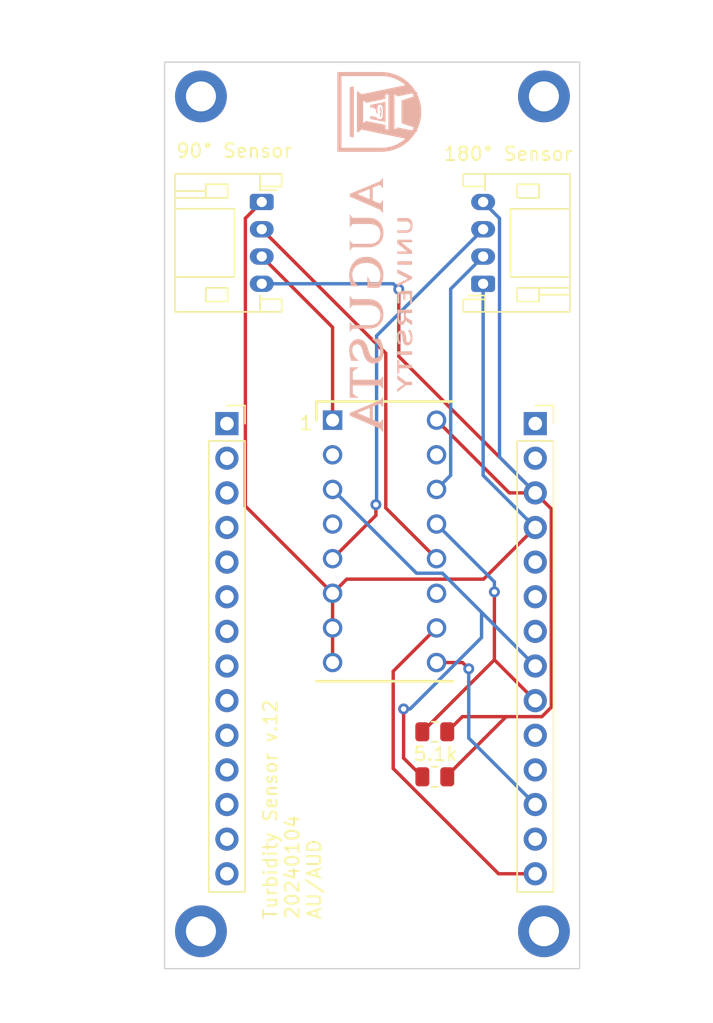
<source format=kicad_pcb>
(kicad_pcb (version 20221018) (generator pcbnew)
  (title_block (title "Turbidity Sensor PCB") (date "2024-01-04") (rev "12") (company "AU/AUD"))
  (layers (0 "F.Cu" signal) (31 "B.Cu" signal) (34 "B.Paste" user) (35 "F.Paste" user) (36 "B.SilkS" user "B.Silkscreen") (37 "F.SilkS" user "F.Silkscreen") (38 "B.Mask" user) (39 "F.Mask" user) (44 "Edge.Cuts" user))
  (net 0 "")
  (net 1 "/GND")
  (net 2 "/3.3V")
  (net 8 "/SCL")
  (net 9 "/SDA")
  (net 12 "/D8")
  (net 14 "/D6")
  (net 33 "/1(SCL)")
  (net 34 "/5(SCL)")
  (net 35 "/12(SDA)")
  (net 36 "/14(SDA)")
  (footprint "Resistor_SMD:R_0805_2012Metric" (layer "F.Cu") (at 152.1479 109.982)
    (fp_text reference "R1" hide)
    (fp_text value "5.1k" hide)
  )
  (footprint "MountingHole:MountingHole_2.2mm_M2_DIN965_Pad" (layer "F.Cu") (at 135.001 121.3104)
    (fp_text reference "REF**" hide)
    (fp_text value "MountingHole_2.2mm_M2_DIN965_Pad" hide)
  )
  (footprint "Project:DIPS762W70P254L2032H510Q16N" (layer "F.Cu") (at 144.653 83.82)
    (fp_text reference "IC1" hide)
    (fp_text value "1-2199298-4" hide)
  )
  (footprint "Connector_PinSocket_2.54mm:PinSocket_1x14_P2.54mm_Vertical" (layer "F.Cu") (at 159.512 84.074)
    (fp_text reference "J4" hide)
    (fp_text value "Conn_01x14_Pin" hide)
  )
  (footprint "MountingHole:MountingHole_2.2mm_M2_DIN965_Pad" (layer "F.Cu") (at 160.147 60.071)
    (fp_text reference "REF**" hide)
    (fp_text value "MountingHole_2.2mm_M2_DIN965_Pad" hide)
  )
  (footprint "Connector_JST:JST_PH_S4B-PH-K_1x04_P2.00mm_Horizontal" (layer "F.Cu") (at 139.4576 67.8152 -90)
    (fp_text reference "J3" hide)
    (fp_text value "JST 90" hide)
  )
  (footprint "MountingHole:MountingHole_2.2mm_M2_DIN965_Pad" (layer "F.Cu") (at 135.001 60.071)
    (fp_text reference "REF**" hide)
    (fp_text value "MountingHole_2.2mm_M2_DIN965_Pad" hide)
  )
  (footprint "Connector_JST:JST_PH_S4B-PH-K_1x04_P2.00mm_Horizontal" (layer "F.Cu") (at 155.6904 73.818 90)
    (fp_text reference "J2" hide)
    (fp_text value "JST 180" hide)
  )
  (footprint "Resistor_SMD:R_0805_2012Metric" (layer "F.Cu") (at 152.1441 106.68 180)
    (fp_text reference "R2" hide)
    (fp_text value "5.1k" hide)
  )
  (footprint "Connector_PinSocket_2.54mm:PinSocket_1x14_P2.54mm_Vertical" (layer "F.Cu") (at 136.906 84.074)
    (fp_text reference "J5" hide)
    (fp_text value "Conn_01x14_Pin" hide)
  )
  (footprint "MountingHole:MountingHole_2.2mm_M2_DIN965_Pad" (layer "F.Cu") (at 160.147 121.3104)
    (fp_text reference "REF**" hide)
    (fp_text value "MountingHole_2.2mm_M2_DIN965_Pad" hide)
  )
  (gr_poly (pts (xy 146.212719 63.082488) (xy 146.212719 59.335988) (xy 145.905537 59.399488) (xy 145.905537 63.018988)) (fill solid) (layer "B.SilkS"))
  (gr_poly (pts (xy 148.123275 68.380769) (xy 148.336 68.625244) (xy 148.346319 68.625244) (xy 148.346319 67.683856) (xy 148.336 67.683856) (xy 148.123275 67.927537) (xy 147.597018 67.711637) (xy 147.597018 66.775013) (xy 148.123275 66.559112) (xy 148.336 66.802) (xy 148.346319 66.802) (xy 148.346319 66.060637) (xy 148.336 66.060637) (xy 148.123275 66.298763) (xy 147.373975 66.609696) (xy 147.373975 66.863913) (xy 147.373975 67.610038) (xy 146.484975 67.229832) (xy 147.373975 66.863913) (xy 147.373975 66.609696) (xy 145.906331 67.218718) (xy 145.906331 67.424299)) (fill solid) (layer "B.SilkS"))
  (gr_poly (pts (xy 148.123275 84.446268) (xy 148.336 84.689949) (xy 148.346319 84.689949) (xy 148.346319 83.748561) (xy 148.336 83.748561) (xy 148.123275 83.992244) (xy 147.597018 83.776342) (xy 147.597018 82.838925) (xy 148.123275 82.623025) (xy 148.336 82.866706) (xy 148.346319 82.866706) (xy 148.346319 82.127725) (xy 148.336 82.127725) (xy 148.123275 82.365851) (xy 147.373975 82.676516) (xy 147.373975 82.929413) (xy 147.373975 83.675538) (xy 146.484975 83.295331) (xy 147.373975 82.929413) (xy 147.373975 82.676516) (xy 145.906331 83.285011) (xy 145.906331 83.490592)) (fill solid) (layer "B.SilkS"))
  (gr_poly (pts (xy 150.479125 79.023371) (xy 150.479125 78.771752) (xy 149.393275 78.771752) (xy 149.393275 79.023371)) (fill solid) (layer "B.SilkS"))
  (gr_poly (pts (xy 149.54885 80.390205) (xy 149.54885 80.014761) (xy 150.479125 80.014761) (xy 150.479125 79.765524) (xy 149.54885 79.765524) (xy 149.54885 79.395638) (xy 149.3901 79.395638) (xy 149.3901 80.390205)) (fill solid) (layer "B.SilkS"))
  (gr_poly (pts (xy 148.119181 61.339774) (xy 148.120894 61.366091) (xy 148.122867 61.391276) (xy 148.12511 61.415228) (xy 148.127633 61.437845) (xy 148.130443 61.459025) (xy 148.133552 61.478669) (xy 148.136967 61.496674) (xy 148.140699 61.51294) (xy 148.144756 61.527365) (xy 148.146909 61.533856) (xy 148.149148 61.539849) (xy 148.151472 61.545331) (xy 148.153884 61.550289) (xy 148.156384 61.554712) (xy 148.158974 61.558586) (xy 148.161654 61.561899) (xy 148.164426 61.564637) (xy 148.167291 61.56679) (xy 148.17025 61.568342) (xy 148.173305 61.569283) (xy 148.176456 61.5696) (xy 148.179637 61.569138) (xy 148.182776 61.567768) (xy 148.188916 61.562383) (xy 148.194844 61.553615) (xy 148.200529 61.541633) (xy 148.20594 61.526603) (xy 148.211045 61.508697) (xy 148.215812 61.488081) (xy 148.220212 61.464924) (xy 148.224211 61.439396) (xy 148.227779 61.411664) (xy 148.233494 61.350264) (xy 148.237108 61.282075) (xy 148.238369 61.208444) (xy 148.237978 61.171032) (xy 148.236848 61.134813) (xy 148.235036 61.099953) (xy 148.232601 61.066623) (xy 148.229605 61.03499) (xy 148.226104 61.005224) (xy 148.22216 60.977492) (xy 148.21783 60.951963) (xy 148.213175 60.928807) (xy 148.208254 60.908191) (xy 148.203126 60.890284) (xy 148.19785 60.875255) (xy 148.195176 60.868872) (xy 148.192486 60.863272) (xy 148.189789 60.858476) (xy 148.187093 60.854504) (xy 148.184404 60.851378) (xy 148.18173 60.84912) (xy 148.179078 60.847749) (xy 148.176456 60.847287) (xy 148.173866 60.847604) (xy 148.171306 60.848545) (xy 148.166282 60.85225) (xy 148.1614 60.858301) (xy 148.156674 60.866598) (xy 148.152121 60.877039) (xy 148.147756 60.889522) (xy 148.143592 60.903947) (xy 148.139646 60.920213) (xy 148.135932 60.938219) (xy 148.132466 60.957862) (xy 148.126338 61.00166) (xy 148.121382 61.050796) (xy 148.117719 61.104463) (xy 148.124897 61.108427) (xy 148.131724 61.112841) (xy 148.138183 61.117681) (xy 148.144261 61.122923) (xy 148.149942 61.128543) (xy 148.155212 61.134517) (xy 148.160055 61.140821) (xy 148.164457 61.147431) (xy 148.168403 61.154323) (xy 148.171879 61.161472) (xy 148.174868 61.168856) (xy 148.177358 61.17645) (xy 148.179331 61.184229) (xy 148.180775 61.192171) (xy 148.181674 61.200251) (xy 148.182012 61.208444) (xy 148.181914 61.212553) (xy 148.181674 61.216637) (xy 148.181293 61.220693) (xy 148.180775 61.224717) (xy 148.18012 61.228706) (xy 148.179331 61.232658) (xy 148.17841 61.23657) (xy 148.177358 61.240438) (xy 148.176176 61.244259) (xy 148.174868 61.248032) (xy 148.173435 61.251751) (xy 148.171879 61.255415) (xy 148.170201 61.259021) (xy 148.168403 61.262565) (xy 148.166488 61.266045) (xy 148.164457 61.269457) (xy 148.162312 61.272798) (xy 148.160055 61.276066) (xy 148.157688 61.279258) (xy 148.155212 61.28237) (xy 148.152629 61.2854) (xy 148.149942 61.288344) (xy 148.147152 61.2912) (xy 148.144261 61.293964) (xy 148.141271 61.296634) (xy 148.138183 61.299206) (xy 148.135 61.301678) (xy 148.131724 61.304046) (xy 148.128355 61.306308) (xy 148.124897 61.308461) (xy 148.121351 61.3105) (xy 148.117719 61.312425)) (fill solid) (layer "B.SilkS"))
  (gr_poly (pts (xy 149.356706 77.792646) (xy 149.358726 77.828782) (xy 149.362097 77.864753) (xy 149.366811 77.900522) (xy 149.372857 77.936053) (xy 149.380225 77.971308) (xy 149.388905 78.006251) (xy 149.398888 78.040844) (xy 149.410163 78.07505) (xy 149.422721 78.108833) (xy 149.436551 78.142156) (xy 149.451644 78.174981) (xy 149.46799 78.207271) (xy 149.485578 78.23899) (xy 149.504399 78.2701) (xy 149.634575 78.178817) (xy 149.619617 78.152471) (xy 149.605559 78.125698) (xy 149.592406 78.098524) (xy 149.580165 78.07097) (xy 149.568843 78.043061) (xy 149.558446 78.014819) (xy 149.54898 77.986267) (xy 149.540453 77.95743) (xy 149.53287 77.928331) (xy 149.526238 77.898992) (xy 149.520564 77.869437) (xy 149.515853 77.839689) (xy 149.512113 77.809772) (xy 149.50935 77.779708) (xy 149.507571 77.749522) (xy 149.506781 77.719236) (xy 149.507017 77.697197) (xy 149.507812 77.674709) (xy 149.509298 77.65203) (xy 149.511606 77.629419) (xy 149.514867 77.607133) (xy 149.519213 77.585431) (xy 149.524775 77.56457) (xy 149.531685 77.54481) (xy 149.540074 77.526408) (xy 149.544864 77.517796) (xy 149.550073 77.509621) (xy 149.555717 77.501915) (xy 149.561814 77.49471) (xy 149.568379 77.488037) (xy 149.575428 77.48193) (xy 149.582978 77.476421) (xy 149.591047 77.471541) (xy 149.599649 77.467324) (xy 149.608801 77.463801) (xy 149.61852 77.461005) (xy 149.628823 77.458968) (xy 149.639725 77.457722) (xy 149.651243 77.457299) (xy 149.662708 77.45791) (xy 149.673453 77.459711) (xy 149.683505 77.462654) (xy 149.692891 77.466693) (xy 149.701634 77.471779) (xy 149.709761 77.477867) (xy 149.717297 77.484909) (xy 149.724269 77.492857) (xy 149.7307 77.501664) (xy 149.736618 77.511284) (xy 149.742048 77.521668) (xy 149.747014 77.532769) (xy 149.751544 77.544541) (xy 149.755662 77.556936) (xy 149.759394 77.569907) (xy 149.762765 77.583407) (xy 149.768529 77.611803) (xy 149.773159 77.641746) (xy 149.776858 77.672859) (xy 149.779831 77.704764) (xy 149.788562 77.832743) (xy 149.791888 77.87442) (xy 149.796379 77.917242) (xy 149.802288 77.96068) (xy 149.809869 78.004205) (xy 149.819376 78.047288) (xy 149.831062 78.089401) (xy 149.84518 78.130014) (xy 149.861984 78.168598) (xy 149.881727 78.204623) (xy 149.89278 78.221512) (xy 149.904663 78.237562) (xy 149.917408 78.252709) (xy 149.931046 78.266885) (xy 149.945609 78.280025) (xy 149.961128 78.292063) (xy 149.977636 78.302932) (xy 149.995164 78.312566) (xy 150.013743 78.3209) (xy 150.033406 78.327867) (xy 150.054184 78.3334) (xy 150.076108 78.337435) (xy 150.099211 78.339904) (xy 150.123525 78.340742) (xy 150.15061 78.339844) (xy 150.176517 78.337195) (xy 150.201265 78.332863) (xy 150.224876 78.326915) (xy 150.247372 78.319419) (xy 150.268771 78.310442) (xy 150.289097 78.300052) (xy 150.308369 78.288317) (xy 150.326609 78.275304) (xy 150.343837 78.261081) (xy 150.360074 78.245715) (xy 150.375342 78.229274) (xy 150.389661 78.211826) (xy 150.403052 78.193437) (xy 150.415536 78.174177) (xy 150.427134 78.154111) (xy 150.437867 78.133309) (xy 150.447756 78.111837) (xy 150.456822 78.089763) (xy 150.465085 78.067154) (xy 150.472567 78.044079) (xy 150.479289 78.020604) (xy 150.490535 77.972727) (xy 150.49899 77.924065) (xy 150.504822 77.875157) (xy 150.508199 77.826545) (xy 150.509287 77.778768) (xy 150.509207 77.737246) (xy 150.507385 77.695893) (xy 150.50384 77.654762) (xy 150.498586 77.613904) (xy 150.491642 77.57337) (xy 150.483024 77.533212) (xy 150.472749 77.493481) (xy 150.460834 77.454228) (xy 150.447294 77.415506) (xy 150.432148 77.377365) (xy 150.415412 77.339857) (xy 150.397103 77.303034) (xy 150.377237 77.266946) (xy 150.355831 77.231645) (xy 150.332903 77.197183) (xy 150.308469 77.163611) (xy 150.180675 77.26918) (xy 150.201832 77.296214) (xy 150.221736 77.324043) (xy 150.240373 77.352624) (xy 150.257725 77.381912) (xy 150.273778 77.411863) (xy 150.288515 77.442433) (xy 150.301921 77.473578) (xy 150.31398 77.505252) (xy 150.324676 77.537412) (xy 150.333994 77.570014) (xy 150.341916 77.603013) (xy 150.348429 77.636365) (xy 150.353516 77.670026) (xy 150.357161 77.703951) (xy 150.359348 77.738096) (xy 150.360063 77.772417) (xy 150.359619 77.806698) (xy 150.358227 77.839796) (xy 150.355793 77.871568) (xy 150.352224 77.901872) (xy 150.347428 77.930568) (xy 150.34131 77.957512) (xy 150.333779 77.982564) (xy 150.32474 78.005581) (xy 150.314102 78.026421) (xy 150.308154 78.03598) (xy 150.301771 78.044942) (xy 150.294942 78.053289) (xy 150.287654 78.061004) (xy 150.279897 78.068067) (xy 150.271658 78.074463) (xy 150.262927 78.080172) (xy 150.253691 78.085178) (xy 150.243938 78.089462) (xy 150.233658 78.093007) (xy 150.222838 78.095795) (xy 150.211467 78.097809) (xy 150.199533 78.09903) (xy 150.187025 78.099441) (xy 150.174619 78.09894) (xy 150.162982 78.097458) (xy 150.152089 78.09503) (xy 150.141913 78.091688) (xy 150.132428 78.087467) (xy 150.123608 78.0824) (xy 150.115428 78.07652) (xy 150.107861 78.069861) (xy 150.100881 78.062458) (xy 150.094462 78.054342) (xy 150.088578 78.045548) (xy 150.083203 78.03611) (xy 150.078312 78.026061) (xy 150.073877 78.015434) (xy 150.069874 78.004263) (xy 150.066276 77.992583) (xy 150.063056 77.980425) (xy 150.06019 77.967824) (xy 150.057651 77.954814) (xy 150.055413 77.941428) (xy 150.051735 77.913661) (xy 150.04895 77.884794) (xy 150.046847 77.855094) (xy 150.045221 77.82483) (xy 150.042562 77.763685) (xy 150.039971 77.720543) (xy 150.035933 77.67576) (xy 150.030249 77.629947) (xy 150.022718 77.583715) (xy 150.013142 77.537673) (xy 150.001318 77.492432) (xy 149.987049 77.448603) (xy 149.970133 77.406796) (xy 149.95037 77.367621) (xy 149.939359 77.349211) (xy 149.927561 77.331689) (xy 149.914952 77.31513) (xy 149.901506 77.29961) (xy 149.887199 77.285206) (xy 149.872005 77.271995) (xy 149.8559 77.260052) (xy 149.838858 77.249454) (xy 149.820854 77.240277) (xy 149.801864 77.232597) (xy 149.781862 77.226492) (xy 149.760824 77.222036) (xy 149.738724 77.219307) (xy 149.715537 77.21838) (xy 149.690624 77.219152) (xy 149.666772 77.221432) (xy 149.643964 77.225166) (xy 149.622182 77.230298) (xy 149.601407 77.236775) (xy 149.581623 77.244541) (xy 149.562812 77.253542) (xy 149.544955 77.263723) (xy 149.528036 77.275029) (xy 149.512036 77.287407) (xy 149.496938 77.3008) (xy 149.482724 77.315156) (xy 149.469376 77.330418) (xy 149.456876 77.346532) (xy 149.445207 77.363444) (xy 149.434351 77.381099) (xy 149.424291 77.399442) (xy 149.415008 77.418419) (xy 149.406485 77.437975) (xy 149.398704 77.458056) (xy 149.391647 77.478606) (xy 149.385297 77.499571) (xy 149.379636 77.520897) (xy 149.374647 77.542528) (xy 149.366609 77.58649) (xy 149.361044 77.631019) (xy 149.357809 77.675678) (xy 149.356762 77.72003) (xy 149.356048 77.756384)) (fill solid) (layer "B.SilkS"))
  (gr_poly (pts (xy 150.038593 69.24675) (xy 150.072036 69.247856) (xy 150.1044 69.251201) (xy 150.135536 69.256833) (xy 150.150597 69.26052) (xy 150.165296 69.264796) (xy 150.179613 69.269666) (xy 150.19353 69.275135) (xy 150.207028 69.28121) (xy 150.220089 69.287897) (xy 150.232695 69.2952) (xy 150.244826 69.303125) (xy 150.256464 69.311679) (xy 150.26759 69.320867) (xy 150.278187 69.330694) (xy 150.288234 69.341166) (xy 150.297714 69.352289) (xy 150.306608 69.364068) (xy 150.314898 69.37651) (xy 150.322564 69.38962) (xy 150.329588 69.403403) (xy 150.335952 69.417865) (xy 150.341637 69.433012) (xy 150.346624 69.44885) (xy 150.350896 69.465383) (xy 150.354432 69.482619) (xy 150.357215 69.500562) (xy 150.359225 69.519219) (xy 150.360445 69.538594) (xy 150.360856 69.558693) (xy 150.360452 69.581164) (xy 150.35925 69.602743) (xy 150.357267 69.623444) (xy 150.35452 69.643277) (xy 150.351025 69.662255) (xy 150.346797 69.680388) (xy 150.341854 69.697689) (xy 150.336213 69.714169) (xy 150.329889 69.72984) (xy 150.322898 69.744713) (xy 150.315258 69.7588) (xy 150.306985 69.772113) (xy 150.298095 69.784662) (xy 150.288605 69.796461) (xy 150.27853 69.807521) (xy 150.267888 69.817852) (xy 150.256695 69.827468) (xy 150.244967 69.836378) (xy 150.232721 69.844596) (xy 150.219973 69.852132) (xy 150.20674 69.858999) (xy 150.193038 69.865207) (xy 150.178883 69.870769) (xy 150.164292 69.875697) (xy 150.149281 69.880001) (xy 150.133867 69.883693) (xy 150.101894 69.88929) (xy 150.068505 69.892579) (xy 150.033831 69.893655) (xy 149.393275 69.893655) (xy 149.393275 70.074631) (xy 150.055262 70.074631) (xy 150.07805 70.075619) (xy 150.100733 70.075344) (xy 150.123263 70.073826) (xy 150.145593 70.071083) (xy 150.167676 70.067132) (xy 150.189464 70.061992) (xy 150.21091 70.055681) (xy 150.231967 70.048218) (xy 150.252586 70.039621) (xy 150.272721 70.029907) (xy 150.292324 70.019097) (xy 150.311347 70.007206) (xy 150.329744 69.994255) (xy 150.347466 69.980261) (xy 150.364467 69.965243) (xy 150.380699 69.949219) (xy 150.398219 69.927389) (xy 150.41459 69.904829) (xy 150.429799 69.881586) (xy 150.443828 69.857705) (xy 150.456665 69.833232) (xy 150.468294 69.808213) (xy 150.478699 69.782693) (xy 150.487867 69.756718) (xy 150.495781 69.730335) (xy 150.502428 69.703589) (xy 150.507792 69.676526) (xy 150.511857 69.649192) (xy 150.514611 69.621631) (xy 150.516036 69.593892) (xy 150.516119 69.566018) (xy 150.514844 69.538056) (xy 150.516298 69.509973) (xy 150.516455 69.481958) (xy 150.515326 69.454055) (xy 150.512924 69.426304) (xy 150.509262 69.398749) (xy 150.504353 69.371431) (xy 150.498209 69.344392) (xy 150.490843 69.317674) (xy 150.482267 69.291319) (xy 150.472495 69.26537) (xy 150.461538 69.239869) (xy 150.449409 69.214857) (xy 150.436121 69.190376) (xy 150.421687 69.166469) (xy 150.40612 69.143178) (xy 150.389431 69.120544) (xy 150.373094 69.103743) (xy 150.355892 69.088052) (xy 150.337882 69.073492) (xy 150.319119 69.060083) (xy 150.299662 69.047848) (xy 150.279567 69.036806) (xy 150.258891 69.02698) (xy 150.237691 69.01839) (xy 150.216024 69.011058) (xy 150.193946 69.005004) (xy 150.171516 69.00025) (xy 150.148789 68.996817) (xy 150.125823 68.994727) (xy 150.102674 68.993999) (xy 150.079399 68.994656) (xy 150.056056 68.996719) (xy 149.393275 68.996719) (xy 149.393275 69.24675)) (fill solid) (layer "B.SilkS"))
  (gr_poly (pts (xy 150.479125 72.416987) (xy 150.479125 72.165369) (xy 149.393275 72.165369) (xy 149.393275 72.416987)) (fill solid) (layer "B.SilkS"))
  (gr_poly (pts (xy 145.87023 73.218805) (xy 145.872594 73.272035) (xy 145.876114 73.325163) (xy 145.880784 73.378172) (xy 145.886603 73.431041) (xy 145.893567 73.483753) (xy 145.901672 73.536289) (xy 145.910914 73.58863) (xy 145.921291 73.640759) (xy 145.932798 73.692656) (xy 145.945433 73.744302) (xy 145.959192 73.795681) (xy 145.97407 73.846772) (xy 145.990066 73.897557) (xy 146.007175 73.948018) (xy 146.025394 73.998136) (xy 146.025394 73.998137) (xy 146.581019 73.998137) (xy 146.581019 73.987818) (xy 146.509524 73.931369) (xy 146.445128 73.875708) (xy 146.387487 73.820803) (xy 146.336258 73.766622) (xy 146.291099 73.713134) (xy 146.251667 73.660307) (xy 146.217617 73.608111) (xy 146.188608 73.556514) (xy 146.164297 73.505484) (xy 146.14434 73.45499) (xy 146.128394 73.405) (xy 146.116117 73.355484) (xy 146.107165 73.30641) (xy 146.101195 73.257746) (xy 146.097865 73.209461) (xy 146.096831 73.161524) (xy 146.098049 73.112997) (xy 146.101671 73.065517) (xy 146.107651 73.019115) (xy 146.115942 72.973825) (xy 146.126497 72.929678) (xy 146.13927 72.886707) (xy 146.154214 72.844945) (xy 146.171282 72.804423) (xy 146.190429 72.765175) (xy 146.211606 72.727232) (xy 146.234768 72.690627) (xy 146.259868 72.655392) (xy 146.286859 72.62156) (xy 146.315694 72.589164) (xy 146.346327 72.558235) (xy 146.378712 72.528806) (xy 146.412801 72.50091) (xy 146.448547 72.474578) (xy 146.485906 72.449844) (xy 146.524828 72.426739) (xy 146.565269 72.405297) (xy 146.607181 72.385549) (xy 146.650517 72.367528) (xy 146.695232 72.351266) (xy 146.741278 72.336797) (xy 146.788608 72.324151) (xy 146.837177 72.313362) (xy 146.886936 72.304462) (xy 146.937841 72.297483) (xy 146.989843 72.292458) (xy 147.042897 72.289419) (xy 147.096956 72.288399) (xy 147.1422 72.288399) (xy 147.198194 72.289553) (xy 147.25304 72.292982) (xy 147.306697 72.298635) (xy 147.359123 72.306461) (xy 147.410277 72.31641) (xy 147.460118 72.328431) (xy 147.508604 72.342473) (xy 147.555694 72.358485) (xy 147.601347 72.376416) (xy 147.645522 72.396217) (xy 147.688177 72.417836) (xy 147.729271 72.441222) (xy 147.768763 72.466325) (xy 147.806611 72.493094) (xy 147.842775 72.521479) (xy 147.877212 72.551428) (xy 147.909883 72.582891) (xy 147.940744 72.615817) (xy 147.969756 72.650155) (xy 147.996876 72.685855) (xy 148.022064 72.722866) (xy 148.045279 72.761138) (xy 148.066478 72.800619) (xy 148.085621 72.841258) (xy 148.102667 72.883006) (xy 148.117574 72.925811) (xy 148.1303 72.969623) (xy 148.140806 73.01439) (xy 148.149048 73.060063) (xy 148.154987 73.10659) (xy 148.15858 73.153921) (xy 148.159787 73.202005) (xy 148.159924 73.224705) (xy 148.159449 73.247371) (xy 148.158365 73.269991) (xy 148.156674 73.292554) (xy 148.154379 73.315048) (xy 148.151483 73.337459) (xy 148.147986 73.359777) (xy 148.143893 73.381989) (xy 148.139205 73.404083) (xy 148.133925 73.426047) (xy 148.128054 73.447869) (xy 148.121596 73.469538) (xy 148.114553 73.49104) (xy 148.106928 73.512364) (xy 148.098721 73.533498) (xy 148.089937 73.55443) (xy 148.080496 73.575703) (xy 148.075595 73.585673) (xy 148.070555 73.595208) (xy 148.065363 73.604314) (xy 148.060005 73.612998) (xy 148.054468 73.621268) (xy 148.048737 73.62913) (xy 148.042799 73.63659) (xy 148.03664 73.643656) (xy 148.030247 73.650335) (xy 148.023606 73.656633) (xy 148.016704 73.662558) (xy 148.009526 73.668115) (xy 148.00206 73.673312) (xy 147.99429 73.678156) (xy 147.986205 73.682654) (xy 147.977789 73.686811) (xy 147.96903 73.690636) (xy 147.959914 73.694135) (xy 147.950427 73.697315) (xy 147.940555 73.700182) (xy 147.930285 73.702744) (xy 147.919603 73.705007) (xy 147.908496 73.706979) (xy 147.896949 73.708665) (xy 147.88495 73.710073) (xy 147.872484 73.71121) (xy 147.846097 73.712697) (xy 147.817681 73.71318) (xy 147.433506 73.71318) (xy 147.213637 73.270268) (xy 147.203319 73.270268) (xy 147.203319 74.110055) (xy 148.060569 74.110055) (xy 148.097193 74.058684) (xy 148.131688 74.006062) (xy 148.164029 73.952257) (xy 148.194193 73.897337) (xy 148.222158 73.841369) (xy 148.247901 73.784419) (xy 148.271399 73.726557) (xy 148.292629 73.667848) (xy 148.311568 73.608361) (xy 148.328193 73.548163) (xy 148.342481 73.48732) (xy 148.354409 73.425902) (xy 148.363955 73.363974) (xy 148.371096 73.301605) (xy 148.375808 73.238862) (xy 148.378069 73.175813) (xy 148.376715 73.108481) (xy 148.372671 73.041836) (xy 148.365964 72.975972) (xy 148.356619 72.910983) (xy 148.344662 72.846967) (xy 148.33012 72.784017) (xy 148.313019 72.722229) (xy 148.293385 72.661697) (xy 148.271245 72.602519) (xy 148.246623 72.544787) (xy 148.219547 72.488598) (xy 148.190043 72.434048) (xy 148.158136 72.38123) (xy 148.123854 72.33024) (xy 148.087221 72.281174) (xy 148.048265 72.234126) (xy 148.007012 72.189192) (xy 147.963487 72.146468) (xy 147.917717 72.106047) (xy 147.869727 72.068026) (xy 147.819545 72.0325) (xy 147.767196 71.999563) (xy 147.712707 71.969311) (xy 147.656103 71.94184) (xy 147.597411 71.917244) (xy 147.536657 71.895618) (xy 147.473867 71.877059) (xy 147.409067 71.86166) (xy 147.342284 71.849518) (xy 147.273543 71.840727) (xy 147.202871 71.835382) (xy 147.130293 71.83358) (xy 147.099337 71.83358) (xy 147.029534 71.835402) (xy 146.961385 71.840803) (xy 146.894929 71.84968) (xy 146.830202 71.861933) (xy 146.76724 71.877461) (xy 146.70608 71.896163) (xy 146.64676 71.917937) (xy 146.589316 71.942683) (xy 146.533784 71.9703) (xy 146.480202 72.000687) (xy 146.428606 72.033742) (xy 146.379032 72.069365) (xy 146.331519 72.107455) (xy 146.286102 72.147911) (xy 146.242819 72.190631) (xy 146.201705 72.235515) (xy 146.162799 72.282461) (xy 146.126136 72.33137) (xy 146.091753 72.382138) (xy 146.059688 72.434667) (xy 146.029976 72.488854) (xy 146.002655 72.544599) (xy 145.977762 72.6018) (xy 145.955333 72.660357) (xy 145.935405 72.720168) (xy 145.918014 72.781133) (xy 145.903198 72.843151) (xy 145.890994 72.90612) (xy 145.881438 72.969939) (xy 145.874566 73.034509) (xy 145.870416 73.099726) (xy 145.869025 73.165491)) (fill solid) (layer "B.SilkS"))
  (gr_poly (pts (xy 150.10765 71.441467) (xy 149.393275 71.441467) (xy 149.393275 71.622443) (xy 150.479125 71.622443) (xy 150.479125 71.407338) (xy 149.685375 70.762018) (xy 150.479125 70.762018) (xy 150.479125 70.581043) (xy 149.393275 70.581043) (xy 149.393275 70.861237)) (fill solid) (layer "B.SilkS"))
  (gr_poly (pts (xy 145.870051 78.741956) (xy 145.872954 78.791443) (xy 145.876937 78.84082) (xy 145.881997 78.890068) (xy 145.88813 78.93917) (xy 145.895332 78.988109) (xy 145.903601 79.036868) (xy 145.912931 79.085428) (xy 145.92332 79.133774) (xy 145.934765 79.181886) (xy 145.947261 79.229748) (xy 145.960805 79.277342) (xy 145.975394 79.324651) (xy 145.991024 79.371658) (xy 146.007692 79.418344) (xy 146.025394 79.464694) (xy 146.581019 79.464694) (xy 146.581019 79.454373) (xy 146.525613 79.414422) (xy 146.473159 79.373184) (xy 146.423741 79.330714) (xy 146.377447 79.287065) (xy 146.334361 79.242291) (xy 146.294571 79.196445) (xy 146.258162 79.14958) (xy 146.22522 79.10175) (xy 146.195832 79.053008) (xy 146.170082 79.003409) (xy 146.148059 78.953004) (xy 146.138471 78.927517) (xy 146.129846 78.901849) (xy 146.122196 78.876007) (xy 146.115531 78.849996) (xy 146.109862 78.823825) (xy 146.1052 78.797499) (xy 146.101555 78.771026) (xy 146.098938 78.744412) (xy 146.09736 78.717663) (xy 146.096831 78.690787) (xy 146.097396 78.660704) (xy 146.09906 78.631906) (xy 146.101778 78.604371) (xy 146.105507 78.578079) (xy 146.1102 78.553006) (xy 146.115814 78.529133) (xy 146.122303 78.506436) (xy 146.129623 78.484895) (xy 146.137729 78.464487) (xy 146.146576 78.445192) (xy 146.15612 78.426986) (xy 146.166315 78.40985) (xy 146.177118 78.39376) (xy 146.188482 78.378696) (xy 146.200364 78.364636) (xy 146.212719 78.351557) (xy 146.225501 78.33944) (xy 146.238667 78.32826) (xy 146.252171 78.317998) (xy 146.265968 78.308632) (xy 146.294265 78.292498) (xy 146.323199 78.279686) (xy 146.352412 78.270023) (xy 146.381546 78.263336) (xy 146.410242 78.25945) (xy 146.438144 78.258193) (xy 146.455606 78.258193) (xy 146.477489 78.258834) (xy 146.498507 78.260745) (xy 146.518691 78.263905) (xy 146.538068 78.268297) (xy 146.556668 78.2739) (xy 146.574519 78.280697) (xy 146.591651 78.288668) (xy 146.608093 78.297794) (xy 146.623873 78.308056) (xy 146.63902 78.319435) (xy 146.653564 78.331911) (xy 146.667533 78.345467) (xy 146.680956 78.360082) (xy 146.693862 78.375739) (xy 146.706279 78.392417) (xy 146.718238 78.410097) (xy 146.729767 78.428761) (xy 146.740894 78.44839) (xy 146.751649 78.468965) (xy 146.76206 78.490466) (xy 146.781969 78.536171) (xy 146.80085 78.585354) (xy 146.818936 78.637863) (xy 146.836459 78.693545) (xy 146.853649 78.752247) (xy 146.870737 78.813818) (xy 146.8985 78.912976) (xy 146.928346 79.006486) (xy 146.960481 79.094246) (xy 146.995108 79.176152) (xy 147.032433 79.252099) (xy 147.07266 79.321986) (xy 147.115994 79.385707) (xy 147.162639 79.443161) (xy 147.187267 79.469505) (xy 147.2128 79.494243) (xy 147.239263 79.517362) (xy 147.266682 79.538849) (xy 147.295082 79.558692) (xy 147.32449 79.576877) (xy 147.354929 79.593392) (xy 147.386427 79.608223) (xy 147.419008 79.621358) (xy 147.452699 79.632784) (xy 147.487524 79.642487) (xy 147.52351 79.650455) (xy 147.560682 79.656674) (xy 147.599065 79.661133) (xy 147.638686 79.663818) (xy 147.679569 79.664716) (xy 147.701 79.664716) (xy 147.734875 79.663787) (xy 147.768453 79.661008) (xy 147.801683 79.656388) (xy 147.834513 79.649937) (xy 147.866892 79.641664) (xy 147.89877 79.63158) (xy 147.930095 79.619694) (xy 147.960817 79.606016) (xy 147.990884 79.590555) (xy 148.020245 79.573322) (xy 148.04885 79.554325) (xy 148.076647 79.533576) (xy 148.103585 79.511082) (xy 148.129614 79.486856) (xy 148.154682 79.460905) (xy 148.178738 79.43324) (xy 148.201732 79.40387) (xy 148.223612 79.372805) (xy 148.244327 79.340056) (xy 148.263826 79.305631) (xy 148.282058 79.26954) (xy 148.298973 79.231794) (xy 148.314519 79.192401) (xy 148.328645 79.151372) (xy 148.341301 79.108717) (xy 148.352434 79.064445) (xy 148.361994 79.018565) (xy 148.369931 78.971088) (xy 148.376193 78.922023) (xy 148.380729 78.87138) (xy 148.383488 78.81917) (xy 148.384419 78.7654) (xy 148.382937 78.710352) (xy 148.378628 78.653999) (xy 148.371699 78.596563) (xy 148.362355 78.538264) (xy 148.350801 78.479323) (xy 148.337245 78.419961) (xy 148.32189 78.360399) (xy 148.304944 78.300858) (xy 148.2671 78.182723) (xy 148.225359 78.067322) (xy 148.181366 77.956423) (xy 148.136769 77.851793) (xy 147.520819 77.851793) (xy 147.520819 77.862113) (xy 147.591652 77.915066) (xy 147.659088 77.968023) (xy 147.722963 78.021082) (xy 147.783116 78.074341) (xy 147.839385 78.127899) (xy 147.89161 78.181851) (xy 147.939628 78.236297) (xy 147.983277 78.291333) (xy 148.022397 78.347058) (xy 148.056825 78.403569) (xy 148.086399 78.460963) (xy 148.099316 78.490022) (xy 148.110959 78.519339) (xy 148.121308 78.548925) (xy 148.130343 78.578793) (xy 148.138043 78.608956) (xy 148.144388 78.639425) (xy 148.149359 78.670212) (xy 148.152934 78.701331) (xy 148.155094 78.732792) (xy 148.155819 78.764608) (xy 148.155323 78.794871) (xy 148.153853 78.824193) (xy 148.151433 78.852574) (xy 148.14809 78.88001) (xy 148.143849 78.906502) (xy 148.138735 78.932048) (xy 148.132774 78.956647) (xy 148.125991 78.980297) (xy 148.118411 79.002997) (xy 148.110061 79.024746) (xy 148.100964 79.045542) (xy 148.091148 79.065384) (xy 148.080637 79.084272) (xy 148.069457 79.102202) (xy 148.057632 79.119175) (xy 148.04519 79.135189) (xy 148.032154 79.150242) (xy 148.018551 79.164334) (xy 148.004405 79.177463) (xy 147.989743 79.189627) (xy 147.97459 79.200826) (xy 147.958971 79.211058) (xy 147.942912 79.220321) (xy 147.926437 79.228615) (xy 147.909573 79.235938) (xy 147.892345 79.242289) (xy 147.874779 79.247667) (xy 147.856899 79.25207) (xy 147.838731 79.255496) (xy 147.820301 79.257945) (xy 147.782756 79.259906) (xy 147.765293 79.259906) (xy 147.737702 79.259064) (xy 147.711163 79.25656) (xy 147.685646 79.252432) (xy 147.661121 79.246716) (xy 147.637558 79.23945) (xy 147.614924 79.230668) (xy 147.59319 79.220409) (xy 147.572325 79.208709) (xy 147.552299 79.195605) (xy 147.53308 79.181132) (xy 147.514638 79.165328) (xy 147.496942 79.148229) (xy 147.479962 79.129873) (xy 147.463667 79.110294) (xy 147.448027 79.089531) (xy 147.43301 79.06762) (xy 147.418586 79.044598) (xy 147.404724 79.0205) (xy 147.391394 78.995364) (xy 147.378565 78.969226) (xy 147.354287 78.914092) (xy 147.331645 78.855391) (xy 147.310394 78.793416) (xy 147.290288 78.728459) (xy 147.271082 78.660815) (xy 147.252531 78.590775) (xy 147.228342 78.505707) (xy 147.201598 78.42585) (xy 147.172272 78.351241) (xy 147.140339 78.281919) (xy 147.105774 78.217923) (xy 147.068552 78.15929) (xy 147.028645 78.106059) (xy 146.986029 78.058268) (xy 146.963698 78.036425) (xy 146.940679 78.015956) (xy 146.91697 77.996867) (xy 146.892568 77.979161) (xy 146.86747 77.962845) (xy 146.841672 77.947922) (xy 146.815171 77.934398) (xy 146.787964 77.922276) (xy 146.760048 77.911563) (xy 146.731419 77.902263) (xy 146.702075 77.894381) (xy 146.672011 77.88792) (xy 146.641226 77.882887) (xy 146.609716 77.879287) (xy 146.577477 77.877123) (xy 146.544506 77.8764) (xy 146.5199 77.8764) (xy 146.488001 77.877326) (xy 146.456335 77.880088) (xy 146.424952 77.884659) (xy 146.393904 77.891016) (xy 146.363243 77.899134) (xy 146.333018 77.908987) (xy 146.303282 77.92055) (xy 146.274085 77.933798) (xy 146.245479 77.948707) (xy 146.217515 77.965251) (xy 146.190244 77.983406) (xy 146.163717 78.003146) (xy 146.137985 78.024446) (xy 146.1131 78.047282) (xy 146.089112 78.071628) (xy 146.066073 78.09746) (xy 146.044034 78.124752) (xy 146.023046 78.153479) (xy 146.003161 78.183616) (xy 145.984429 78.215139) (xy 145.966901 78.248023) (xy 145.950629 78.282241) (xy 145.935664 78.317771) (xy 145.922057 78.354585) (xy 145.90986 78.39266) (xy 145.899122 78.43197) (xy 145.889896 78.472491) (xy 145.882233 78.514197) (xy 145.876184 78.557064) (xy 145.8718 78.601065) (xy 145.869132 78.646178) (xy 145.868231 78.692375)) (fill solid) (layer "B.SilkS"))
  (gr_poly (pts (xy 148.230431 64.134206) (xy 148.329954 64.132563) (xy 148.428917 64.127573) (xy 148.52725 64.11928) (xy 148.624883 64.107723) (xy 148.721746 64.092943) (xy 148.81777 64.074983) (xy 148.912885 64.053882) (xy 149.00702 64.029682) (xy 149.100107 64.002425) (xy 149.192075 63.97215) (xy 149.282854 63.9389) (xy 149.372376 63.902716) (xy 149.460569 63.863638) (xy 149.547364 63.821708) (xy 149.632692 63.776966) (xy 149.716482 63.729455) (xy 149.798665 63.679214) (xy 149.879171 63.626286) (xy 149.95793 63.57071) (xy 150.034872 63.512529) (xy 150.109927 63.451784) (xy 150.183027 63.388515) (xy 150.2541 63.322764) (xy 150.323078 63.254571) (xy 150.389889 63.183979) (xy 150.454466 63.111027) (xy 150.516737 63.035758) (xy 150.576632 62.958212) (xy 150.634083 62.87843) (xy 150.68902 62.796454) (xy 150.741371 62.712324) (xy 150.791069 62.626082) (xy 150.820438 62.572106) (xy 150.8995 62.410153) (xy 150.968021 62.244778) (xy 151.026 62.07647) (xy 151.073438 61.905718) (xy 151.110334 61.733011) (xy 151.136688 61.558838) (xy 151.1525 61.383687) (xy 151.157771 61.208047) (xy 151.1525 61.032407) (xy 151.136688 60.857256) (xy 151.110334 60.683083) (xy 151.073438 60.510376) (xy 151.026 60.339624) (xy 150.968021 60.171316) (xy 150.8995 60.005941) (xy 150.820438 59.843988) (xy 150.791069 59.790013) (xy 150.791028 59.789941) (xy 150.790989 59.789869) (xy 150.68893 59.619503) (xy 150.576534 59.457751) (xy 150.479919 59.33691) (xy 150.479919 59.854307) (xy 150.495633 59.880587) (xy 150.511024 59.907041) (xy 150.526093 59.933669) (xy 150.540839 59.960471) (xy 150.555263 59.987446) (xy 150.569365 60.014595) (xy 150.583143 60.041917) (xy 150.5966 60.069413) (xy 149.702044 60.372625) (xy 149.702044 62.04585) (xy 150.5966 62.347475) (xy 150.5966 62.348269) (xy 150.583131 62.375951) (xy 150.569315 62.403435) (xy 150.555151 62.43072) (xy 150.54064 62.457807) (xy 150.525782 62.484695) (xy 150.510577 62.511385) (xy 150.495024 62.537876) (xy 150.479125 62.564169) (xy 149.395656 62.342713) (xy 149.190868 62.4967) (xy 149.190868 59.921775) (xy 149.395656 60.075763) (xy 150.479919 59.854307) (xy 150.479919 59.33691) (xy 150.454359 59.304942) (xy 150.322965 59.161405) (xy 150.182909 59.02747) (xy 150.034751 58.903463) (xy 149.879048 58.789716) (xy 149.716361 58.686556) (xy 149.547246 58.594312) (xy 149.372264 58.513314) (xy 149.191973 58.44389) (xy 149.006931 58.386368) (xy 148.817697 58.341078) (xy 148.62483 58.308349) (xy 148.428888 58.288509) (xy 148.230431 58.281888) (xy 145.303081 58.281888) (xy 145.303081 58.582719) (xy 148.229637 58.582719) (xy 148.350107 58.585394) (xy 148.469879 58.593564) (xy 148.588778 58.607164) (xy 148.706631 58.626127) (xy 148.823263 58.650387) (xy 148.9385 58.679877) (xy 149.052168 58.714532) (xy 149.164094 58.754284) (xy 149.274104 58.799069) (xy 149.382022 58.848819) (xy 149.487676 58.903468) (xy 149.590891 58.96295) (xy 149.691494 59.027198) (xy 149.78931 59.096148) (xy 149.884166 59.169731) (xy 149.975887 59.247882) (xy 148.741606 59.503781) (xy 148.741606 59.909869) (xy 148.741606 62.507813) (xy 148.535231 62.465744) (xy 148.535231 62.161738) (xy 147.099337 61.869638) (xy 146.891375 62.024419) (xy 146.891375 60.393263) (xy 147.09775 60.548838) (xy 148.535231 60.255944) (xy 148.535231 59.951938) (xy 148.741606 59.909869) (xy 148.741606 59.503781) (xy 146.790569 59.908282) (xy 146.541331 59.720163) (xy 146.438937 59.720163) (xy 146.438937 62.698313) (xy 146.541331 62.698313) (xy 146.790569 62.510194) (xy 149.976712 63.172947) (xy 149.884993 63.251099) (xy 149.790138 63.324684) (xy 149.692323 63.393635) (xy 149.591721 63.457885) (xy 149.488506 63.517369) (xy 149.382852 63.57202) (xy 149.274933 63.621771) (xy 149.164923 63.666557) (xy 149.052995 63.706312) (xy 148.939325 63.740968) (xy 148.824085 63.77046) (xy 148.707449 63.794722) (xy 148.589592 63.813687) (xy 148.470687 63.827289) (xy 148.350909 63.835461) (xy 148.230431 63.838138) (xy 145.303081 63.838138) (xy 145.303081 58.582719) (xy 145.303081 58.281888) (xy 145.00225 58.281888) (xy 145.00225 64.134206)) (fill solid) (layer "B.SilkS"))
  (gr_poly (pts (xy 149.393651 76.376507) (xy 149.394797 76.416783) (xy 149.396739 76.454329) (xy 149.399501 76.489296) (xy 149.403109 76.521836) (xy 149.40759 76.552099) (xy 149.412969 76.580236) (xy 149.41927 76.606399) (xy 149.42652 76.630739) (xy 149.434745 76.653407) (xy 149.44397 76.674555) (xy 149.45422 76.694332) (xy 149.465521 76.712891) (xy 149.477899 76.730383) (xy 149.491379 76.746958) (xy 149.505987 76.762769) (xy 149.517041 76.772458) (xy 149.528506 76.781558) (xy 149.540357 76.79006) (xy 149.552571 76.797956) (xy 149.565123 76.805237) (xy 149.577991 76.811893) (xy 149.591149 76.817915) (xy 149.604574 76.823296) (xy 149.618242 76.828025) (xy 149.632129 76.832094) (xy 149.646211 76.835494) (xy 149.660464 76.838215) (xy 149.674865 76.84025) (xy 149.689389 76.841589) (xy 149.704013 76.842223) (xy 149.718712 76.842144) (xy 149.730792 76.841307) (xy 149.742763 76.839876) (xy 149.754604 76.837862) (xy 149.766297 76.835273) (xy 149.77782 76.832119) (xy 149.789156 76.828408) (xy 149.800282 76.824151) (xy 149.811181 76.819357) (xy 149.821832 76.814034) (xy 149.832215 76.808193) (xy 149.84231 76.801842) (xy 149.852098 76.79499) (xy 149.861559 76.787648) (xy 149.870673 76.779824) (xy 149.87942 76.771528) (xy 149.887781 76.762769) (xy 149.898402 76.750109) (xy 149.908469 76.737066) (xy 149.917976 76.723659) (xy 149.926914 76.709906) (xy 149.935276 76.695825) (xy 149.943054 76.681436) (xy 149.95024 76.666756) (xy 149.956826 76.651804) (xy 149.962805 76.6366) (xy 149.968168 76.621161) (xy 149.972909 76.605506) (xy 149.977019 76.589654) (xy 149.980491 76.573623) (xy 149.983317 76.557432) (xy 149.985489 76.541099) (xy 149.986999 76.524644) (xy 150.479125 76.855638) (xy 150.479125 76.538137) (xy 150.0251 76.251593) (xy 150.0251 75.963462) (xy 150.479125 75.963462) (xy 150.479125 75.711843) (xy 149.539325 75.713904) (xy 149.539325 75.965842) (xy 149.881431 75.965842) (xy 149.881431 76.33335) (xy 149.880745 76.35813) (xy 149.878692 76.382095) (xy 149.875283 76.405138) (xy 149.870529 76.427148) (xy 149.864441 76.44802) (xy 149.857028 76.467643) (xy 149.848301 76.485911) (xy 149.838271 76.502715) (xy 149.83277 76.510535) (xy 149.826948 76.517948) (xy 149.820805 76.52494) (xy 149.814342 76.5315) (xy 149.807562 76.537612) (xy 149.800465 76.543263) (xy 149.793052 76.548441) (xy 149.785325 76.553131) (xy 149.777286 76.55732) (xy 149.768935 76.560994) (xy 149.760274 76.56414) (xy 149.751304 76.566744) (xy 149.742027 76.568793) (xy 149.732443 76.570273) (xy 149.722555 76.571171) (xy 149.712362 76.571474) (xy 149.698737 76.571109) (xy 149.685828 76.570028) (xy 149.673616 76.568249) (xy 149.662083 76.565789) (xy 149.651211 76.562667) (xy 149.640981 76.558901) (xy 149.631373 76.554509) (xy 149.622371 76.549509) (xy 149.613954 76.54392) (xy 149.606105 76.53776) (xy 149.598805 76.531046) (xy 149.592035 76.523798) (xy 149.585776 76.516032) (xy 149.580011 76.507768) (xy 149.57472 76.499024) (xy 149.569884 76.489817) (xy 149.565486 76.480166) (xy 149.561506 76.470089) (xy 149.557927 76.459604) (xy 149.554729 76.448729) (xy 149.551893 76.437483) (xy 149.549402 76.425884) (xy 149.547236 76.41395) (xy 149.545377 76.401698) (xy 149.542506 76.376317) (xy 149.540639 76.349886) (xy 149.539629 76.32255) (xy 149.539325 76.294455) (xy 149.539325 75.965842) (xy 149.539325 75.713904) (xy 149.393275 75.714224) (xy 149.393275 76.33335)) (fill solid) (layer "B.SilkS"))
  (gr_poly (pts (xy 146.558 82.177728) (xy 146.558794 82.173762) (xy 146.130169 81.870548) (xy 146.130169 81.274442) (xy 148.123275 81.274442) (xy 148.336 81.514157) (xy 148.346319 81.514157) (xy 148.346319 80.614836) (xy 148.336 80.614836) (xy 148.123275 80.85296) (xy 146.129375 80.85296) (xy 146.129375 80.260028) (xy 146.558 79.953642) (xy 146.558 79.943324) (xy 145.906331 79.943324) (xy 145.906331 82.177728)) (fill solid) (layer "B.SilkS"))
  (gr_poly (pts (xy 150.479125 73.457594) (xy 150.479125 73.293286) (xy 149.393275 72.75195) (xy 149.393275 73.040081) (xy 150.183056 73.436957) (xy 149.393274 73.819545) (xy 149.393274 74.029094)) (fill solid) (layer "B.SilkS"))
  (gr_poly (pts (xy 149.552025 75.253056) (xy 149.552025 74.580749) (xy 149.836981 74.580749) (xy 149.836981 75.004612) (xy 149.990968 75.004612) (xy 149.990968 74.580749) (xy 150.320375 74.580749) (xy 150.320375 75.295125) (xy 150.479125 75.295125) (xy 150.479125 74.329131) (xy 149.393275 74.329131) (xy 149.393275 75.253056)) (fill solid) (layer "B.SilkS"))
  (gr_poly (pts (xy 145.91665 69.662676) (xy 146.129375 69.429312) (xy 147.311269 69.429312) (xy 147.362583 69.430145) (xy 147.412344 69.432629) (xy 147.460547 69.436738) (xy 147.507185 69.44245) (xy 147.552256 69.449739) (xy 147.595752 69.458582) (xy 147.637671 69.468954) (xy 147.678006 69.480832) (xy 147.716753 69.494191) (xy 147.753906 69.509007) (xy 147.789462 69.525257) (xy 147.823414 69.542915) (xy 147.855758 69.561958) (xy 147.88649 69.582362) (xy 147.915603 69.604102) (xy 147.943094 69.627155) (xy 147.968956 69.651496) (xy 147.993186 69.677101) (xy 148.015779 69.703946) (xy 148.036728 69.732008) (xy 148.05603 69.76126) (xy 148.07368 69.791681) (xy 148.089672 69.823245) (xy 148.104002 69.855929) (xy 148.116664 69.889708) (xy 148.127654 69.924557) (xy 148.136967 69.960454) (xy 148.144598 69.997374) (xy 148.150541 70.035293) (xy 148.154793 70.074186) (xy 148.157347 70.11403) (xy 148.1582 70.1548) (xy 148.157413 70.193415) (xy 148.15505 70.231395) (xy 148.151106 70.268702) (xy 148.145576 70.305298) (xy 148.138456 70.341143) (xy 148.129742 70.376199) (xy 148.119429 70.410426) (xy 148.107512 70.443787) (xy 148.093987 70.476242) (xy 148.078849 70.507752) (xy 148.062095 70.538279) (xy 148.043719 70.567784) (xy 148.023717 70.596228) (xy 148.002084 70.623572) (xy 147.978816 70.649778) (xy 147.953909 70.674806) (xy 147.927357 70.698617) (xy 147.899157 70.721174) (xy 147.869304 70.742437) (xy 147.837793 70.762368) (xy 147.80462 70.780927) (xy 147.769781 70.798075) (xy 147.73327 70.813775) (xy 147.695084 70.827987) (xy 147.655218 70.840672) (xy 147.613667 70.851792) (xy 147.570427 70.861307) (xy 147.525493 70.86918) (xy 147.478861 70.87537) (xy 147.430526 70.87984) (xy 147.380485 70.882551) (xy 147.328731 70.883463) (xy 146.129375 70.883463) (xy 145.91665 70.639781) (xy 145.906331 70.639781) (xy 145.906331 71.385905) (xy 145.91665 71.385905) (xy 146.129375 71.140638) (xy 147.297775 71.140638) (xy 147.365902 71.139162) (xy 147.431732 71.134794) (xy 147.495272 71.127624) (xy 147.556533 71.11774) (xy 147.615522 71.105232) (xy 147.672248 71.090188) (xy 147.726721 71.072699) (xy 147.778949 71.052854) (xy 147.828941 71.030741) (xy 147.876706 71.00645) (xy 147.922252 70.98007) (xy 147.96559 70.951691) (xy 148.006727 70.921401) (xy 148.045672 70.889291) (xy 148.082435 70.855448) (xy 148.117024 70.819963) (xy 148.149448 70.782924) (xy 148.179716 70.744421) (xy 148.207836 70.704543) (xy 148.233818 70.66338) (xy 148.257671 70.62102) (xy 148.279403 70.577553) (xy 148.299023 70.533068) (xy 148.316541 70.487654) (xy 148.331964 70.441401) (xy 148.345302 70.394397) (xy 148.365758 70.298496) (xy 148.377979 70.200666) (xy 148.382037 70.101618) (xy 148.378579 69.998678) (xy 148.367948 69.895839) (xy 148.349765 69.794005) (xy 148.323647 69.694078) (xy 148.307494 69.645111) (xy 148.289214 69.59696) (xy 148.268759 69.549736) (xy 148.246083 69.503553) (xy 148.221137 69.458524) (xy 148.193874 69.41476) (xy 148.164245 69.372376) (xy 148.132205 69.331483) (xy 148.097703 69.292195) (xy 148.060694 69.254624) (xy 148.021129 69.218884) (xy 147.978961 69.185086) (xy 147.934142 69.153344) (xy 147.886624 69.12377) (xy 147.83636 69.096478) (xy 147.783302 69.07158) (xy 147.727402 69.049188) (xy 147.668613 69.029416) (xy 147.606887 69.012377) (xy 147.542176 68.998183) (xy 147.474432 68.986946) (xy 147.403609 68.978781) (xy 147.329658 68.973799) (xy 147.252531 68.972113) (xy 146.129375 68.972113) (xy 145.91665 68.728432) (xy 145.906331 68.728432) (xy 145.906331 69.662676)) (fill solid) (layer "B.SilkS"))
  (gr_poly (pts (xy 148.533644 61.951394) (xy 148.533644 60.466288) (xy 147.4089 60.695682) (xy 147.4089 60.902056) (xy 147.408896 60.902417) (xy 147.408905 60.902777) (xy 147.408925 60.903135) (xy 147.408956 60.90349) (xy 147.409052 60.904195) (xy 147.409193 60.904888) (xy 147.409376 60.905569) (xy 147.409602 60.906234) (xy 147.409869 60.906883) (xy 147.410176 60.907513) (xy 147.410522 60.908123) (xy 147.410906 60.90871) (xy 147.411327 60.909273) (xy 147.411784 60.909809) (xy 147.412276 60.910318) (xy 147.412802 60.910796) (xy 147.413078 60.911023) (xy 147.413361 60.911242) (xy 147.413653 60.911452) (xy 147.413952 60.911654) (xy 147.414569 60.912027) (xy 147.415204 60.912357) (xy 147.415854 60.912644) (xy 147.416519 60.912887) (xy 147.417194 60.913087) (xy 147.41788 60.913243) (xy 147.418572 60.913356) (xy 147.41927 60.913425) (xy 147.41997 60.913449) (xy 147.420671 60.913429) (xy 147.421371 60.913366) (xy 147.422068 60.913257) (xy 147.422758 60.913104) (xy 147.423441 60.912906) (xy 147.424114 60.912663) (xy 147.424775 60.912375) (xy 147.432999 60.908717) (xy 147.441323 60.905306) (xy 147.44974 60.902145) (xy 147.458246 60.899236) (xy 147.466834 60.89658) (xy 147.475498 60.894179) (xy 147.484233 60.892036) (xy 147.493034 60.890151) (xy 147.500507 60.88884) (xy 147.508005 60.887705) (xy 147.515527 60.886746) (xy 147.523067 60.885962) (xy 147.530624 60.885355) (xy 147.538194 60.884924) (xy 147.545775 60.884671) (xy 147.553362 60.884594) (xy 147.566648 60.884968) (xy 147.579792 60.885937) (xy 147.592779 60.887489) (xy 147.605596 60.889612) (xy 147.618229 60.892292) (xy 147.630662 60.895519) (xy 147.642883 60.899279) (xy 147.654876 60.90356) (xy 147.666627 60.90835) (xy 147.678123 60.913637) (xy 147.689349 60.919408) (xy 147.70029 60.925651) (xy 147.710933 60.932354) (xy 147.721264 60.939504) (xy 147.731267 60.947089) (xy 147.740929 60.955097) (xy 147.750236 60.963515) (xy 147.759173 60.972331) (xy 147.767727 60.981533) (xy 147.775882 60.991108) (xy 147.783626 61.001045) (xy 147.790942 61.01133) (xy 147.797819 61.021952) (xy 147.80424 61.032898) (xy 147.810192 61.044155) (xy 147.81566 61.055713) (xy 147.820631 61.067557) (xy 147.825091 61.079676) (xy 147.829024 61.092058) (xy 147.832417 61.104691) (xy 147.835255 61.117561) (xy 147.837525 61.130657) (xy 147.842365 61.15164) (xy 147.847204 61.171452) (xy 147.852032 61.190125) (xy 147.85684 61.207694) (xy 147.861617 61.22419) (xy 147.866353 61.239648) (xy 147.871038 61.254099) (xy 147.875662 61.267578) (xy 147.880215 61.280118) (xy 147.884688 61.291751) (xy 147.889069 61.302511) (xy 147.893349 61.312431) (xy 147.897519 61.321545) (xy 147.901567 61.329884) (xy 147.905484 61.337482) (xy 147.90926 61.344374) (xy 147.912885 61.35059) (xy 147.916349 61.356166) (xy 147.919641 61.361133) (xy 147.922752 61.365526) (xy 147.925672 61.369376) (xy 147.928391 61.372718) (xy 147.930898 61.375585) (xy 147.933184 61.378009) (xy 147.935239 61.380023) (xy 147.937052 61.381662) (xy 147.939914 61.383943) (xy 147.9423 61.38545) (xy 147.937969 61.301983) (xy 147.935596 61.224697) (xy 147.935037 61.153411) (xy 147.936148 61.087943) (xy 147.938785 61.028112) (xy 147.942802 60.973736) (xy 147.948057 60.924634) (xy 147.954405 60.880625) (xy 147.961701 60.841528) (xy 147.969802 60.80716) (xy 147.978564 60.777341) (xy 147.983147 60.76408) (xy 147.987841 60.751889) (xy 147.992629 60.740744) (xy 147.997491 60.730623) (xy 148.00241 60.721503) (xy 148.007369 60.713361) (xy 148.012348 60.706175) (xy 148.01733 60.699923) (xy 148.022297 60.69458) (xy 148.027231 60.690125) (xy 148.028853 60.689311) (xy 148.030495 60.688545) (xy 148.032156 60.687826) (xy 148.033836 60.687156) (xy 148.035532 60.686535) (xy 148.037245 60.685962) (xy 148.038972 60.685438) (xy 148.040713 60.684964) (xy 148.042467 60.68454) (xy 148.044232 60.684165) (xy 148.046009 60.683841) (xy 148.047794 60.683567) (xy 148.049589 60.683344) (xy 148.051391 60.683172) (xy 148.053199 60.683051) (xy 148.055012 60.682981) (xy 148.201856 60.682981) (xy 148.209029 60.683673) (xy 148.216105 60.685726) (xy 148.223075 60.689105) (xy 148.229931 60.693775) (xy 148.243266 60.706851) (xy 148.256042 60.724678) (xy 148.268191 60.74698) (xy 148.279642 60.773478) (xy 148.290329 60.803898) (xy 148.300182 60.837961) (xy 148.309133 60.875392) (xy 148.317113 60.915913) (xy 148.324054 60.959248) (xy 148.329886 61.00512) (xy 148.334542 61.053252) (xy 148.337952 61.103368) (xy 148.340049 61.155191) (xy 148.340763 61.208444) (xy 148.340075 61.261697) (xy 148.33805 61.31352) (xy 148.334746 61.363636) (xy 148.330221 61.411768) (xy 148.324533 61.45764) (xy 148.317741 61.500975) (xy 148.309902 61.541496) (xy 148.301075 61.578927) (xy 148.291318 61.61299) (xy 148.286109 61.628673) (xy 148.280689 61.64341) (xy 148.275065 61.657166) (xy 148.269246 61.669908) (xy 148.263237 61.681601) (xy 148.257047 61.69221) (xy 148.250682 61.7017) (xy 148.24415 61.710037) (xy 148.237459 61.717186) (xy 148.230614 61.723113) (xy 148.223625 61.727783) (xy 148.216497 61.731162) (xy 148.209238 61.733215) (xy 148.201856 61.733906) (xy 148.054219 61.733906) (xy 148.050963 61.733819) (xy 148.047731 61.733567) (xy 148.044529 61.733152) (xy 148.041362 61.732576) (xy 148.038236 61.731843) (xy 148.035157 61.730955) (xy 148.03213 61.729914) (xy 148.029162 61.728723) (xy 148.026257 61.727384) (xy 148.023423 61.7259) (xy 148.020664 61.724273) (xy 148.017987 61.722506) (xy 148.015396 61.720601) (xy 148.012898 61.718561) (xy 148.010499 61.716389) (xy 148.008204 61.714086) (xy 147.986812 61.693064) (xy 147.964486 61.673241) (xy 147.941278 61.65464) (xy 147.91724 61.637281) (xy 147.892422 61.621187) (xy 147.866876 61.60638) (xy 147.840654 61.592882) (xy 147.813808 61.580713) (xy 147.786388 61.569897) (xy 147.758447 61.560455) (xy 147.730036 61.552409) (xy 147.701206 61.545781) (xy 147.672009 61.540592) (xy 147.642496 61.536865) (xy 147.61272 61.53462) (xy 147.582731 61.533881) (xy 147.576205 61.53354) (xy 147.566236 61.532641) (xy 147.540067 61.529913) (xy 147.51241 61.527184) (xy 147.500581 61.526285) (xy 147.49145 61.525944) (xy 147.482648 61.524059) (xy 147.473912 61.521916) (xy 147.465247 61.519515) (xy 147.456659 61.516859) (xy 147.448153 61.51395) (xy 147.439735 61.510789) (xy 147.431412 61.507378) (xy 147.423187 61.503719) (xy 147.422526 61.503431) (xy 147.421854 61.503188) (xy 147.421171 61.50299) (xy 147.42048 61.502837) (xy 147.419784 61.502729) (xy 147.419084 61.502665) (xy 147.418383 61.502645) (xy 147.417682 61.50267) (xy 147.416985 61.502738) (xy 147.416292 61.502851) (xy 147.415607 61.503007) (xy 147.414931 61.503207) (xy 147.414267 61.503451) (xy 147.413617 61.503737) (xy 147.412982 61.504067) (xy 147.412365 61.50444) (xy 147.411774 61.504853) (xy 147.411215 61.505299) (xy 147.410688 61.505777) (xy 147.410196 61.506285) (xy 147.409739 61.506821) (xy 147.409318 61.507384) (xy 147.408934 61.507971) (xy 147.408588 61.508581) (xy 147.408281 61.509211) (xy 147.408015 61.50986) (xy 147.407789 61.510525) (xy 147.407606 61.511206) (xy 147.407465 61.511899) (xy 147.407369 61.512604) (xy 147.407317 61.513317) (xy 147.407312 61.514038) (xy 147.407312 61.722)) (fill solid) (layer "B.SilkS"))
  (gr_poly (pts (xy 145.91665 75.630882) (xy 146.129375 75.397518) (xy 147.311269 75.397518) (xy 147.362583 75.398351) (xy 147.412344 75.400835) (xy 147.460547 75.404944) (xy 147.507185 75.410656) (xy 147.552256 75.417945) (xy 147.595752 75.426788) (xy 147.637671 75.43716) (xy 147.678006 75.449038) (xy 147.716753 75.462397) (xy 147.753906 75.477213) (xy 147.789462 75.493463) (xy 147.823414 75.511121) (xy 147.855758 75.530164) (xy 147.88649 75.550568) (xy 147.915603 75.572308) (xy 147.943094 75.595361) (xy 147.968956 75.619702) (xy 147.993186 75.645307) (xy 148.015779 75.672152) (xy 148.036728 75.700214) (xy 148.05603 75.729466) (xy 148.07368 75.759887) (xy 148.089672 75.791451) (xy 148.104002 75.824135) (xy 148.116664 75.857914) (xy 148.127654 75.892763) (xy 148.136967 75.92866) (xy 148.144598 75.96558) (xy 148.150541 76.003499) (xy 148.154793 76.042392) (xy 148.157347 76.082236) (xy 148.1582 76.123006) (xy 148.157413 76.161621) (xy 148.15505 76.199601) (xy 148.151106 76.236908) (xy 148.145576 76.273504) (xy 148.138456 76.309349) (xy 148.129742 76.344405) (xy 148.119429 76.378632) (xy 148.107512 76.411993) (xy 148.093987 76.444448) (xy 148.078849 76.475958) (xy 148.062095 76.506485) (xy 148.043719 76.53599) (xy 148.023717 76.564434) (xy 148.002084 76.591778) (xy 147.978816 76.617984) (xy 147.953909 76.643012) (xy 147.927357 76.666823) (xy 147.899157 76.68938) (xy 147.869304 76.710643) (xy 147.837793 76.730574) (xy 147.80462 76.749133) (xy 147.769781 76.766281) (xy 147.73327 76.781981) (xy 147.695084 76.796193) (xy 147.655218 76.808878) (xy 147.613667 76.819998) (xy 147.570427 76.829513) (xy 147.525493 76.837386) (xy 147.478861 76.843576) (xy 147.430526 76.848046) (xy 147.380485 76.850757) (xy 147.328731 76.851669) (xy 146.129375 76.851669) (xy 145.91665 76.607987) (xy 145.906331 76.607987) (xy 145.906331 77.354112) (xy 145.91665 77.354112) (xy 146.129375 77.108844) (xy 147.297775 77.108844) (xy 147.365902 77.107368) (xy 147.431732 77.103) (xy 147.495272 77.09583) (xy 147.556533 77.085946) (xy 147.615522 77.073438) (xy 147.672248 77.058395) (xy 147.726721 77.040906) (xy 147.778949 77.02106) (xy 147.828941 76.998947) (xy 147.876706 76.974656) (xy 147.922252 76.948276) (xy 147.96559 76.919897) (xy 148.006727 76.889607) (xy 148.045672 76.857497) (xy 148.082435 76.823654) (xy 148.117024 76.788169) (xy 148.149448 76.75113) (xy 148.179716 76.712627) (xy 148.207836 76.67275) (xy 148.233818 76.631586) (xy 148.257671 76.589226) (xy 148.279403 76.545759) (xy 148.299023 76.501274) (xy 148.316541 76.45586) (xy 148.331964 76.409607) (xy 148.345302 76.362604) (xy 148.365758 76.266703) (xy 148.377979 76.168872) (xy 148.382037 76.069826) (xy 148.378579 75.966884) (xy 148.367948 75.864046) (xy 148.349765 75.762212) (xy 148.323647 75.662284) (xy 148.307494 75.613318) (xy 148.289214 75.565166) (xy 148.268759 75.517942) (xy 148.246083 75.471759) (xy 148.221137 75.42673) (xy 148.193874 75.382966) (xy 148.164245 75.340582) (xy 148.132205 75.299689) (xy 148.097703 75.260401) (xy 148.060694 75.22283) (xy 148.021129 75.18709) (xy 147.978961 75.153292) (xy 147.934142 75.12155) (xy 147.886624 75.091976) (xy 147.83636 75.064684) (xy 147.783302 75.039786) (xy 147.727402 75.017394) (xy 147.668613 74.997622) (xy 147.606887 74.980583) (xy 147.542176 74.966389) (xy 147.474432 74.955152) (xy 147.403609 74.946987) (xy 147.329658 74.942005) (xy 147.252531 74.940319) (xy 146.129375 74.940319) (xy 145.91665 74.696638) (xy 145.906331 74.696638) (xy 145.906331 75.630882)) (fill solid) (layer "B.SilkS"))
  (gr_poly (pts (xy 149.890956 81.181575) (xy 149.393275 81.528443) (xy 149.393275 81.754661) (xy 150.047325 81.2546) (xy 150.479125 81.2546) (xy 150.479125 81.004567) (xy 150.047325 81.004567) (xy 149.393275 80.516413) (xy 149.393275 80.824387)) (fill solid) (layer "B.SilkS"))
  (gr_line (start 150.791069 59.7916) (end 150.820438 59.844782) (stroke (width 0.1)) (layer "B.SilkS"))
  (gr_line (start 150.791069 62.626875) (end 150.820438 62.573694) (stroke (width 0.1)) (layer "B.SilkS"))
  (gr_rect (start 132.334 57.5564) (end 162.7632 124.0536) (stroke (width 0.1)) (fill none) (layer "Edge.Cuts"))
  (gr_text "90° Sensor" (at 133.096 64.643) (layer "F.SilkS") (effects (font (size 1 1)) (justify left bottom)))
  (gr_text "Turbidity Sensor v.12\n20240104\nAU/AUD" (at 143.891 120.523 90) (layer "F.SilkS") (effects (font (size 1 1)) (justify left bottom)))
  (gr_text "180° Sensor" (at 152.7048 64.8716) (layer "F.SilkS") (effects (font (size 1 1)) (justify left bottom)))
  (gr_text "1" (at 142.1384 84.6328) (layer "F.SilkS") (effects (font (size 1 1)) (justify left bottom)))
  (gr_text "5.1k" (at 152.1968 108.3056) (layer "F.SilkS") (effects (font (size 1 1))))
  (segment (start 138.2576 69.0152) (end 138.2576 90.1246) (width 0.25) (layer "F.Cu") (net 1))
  (segment (start 144.653 101.6) (end 144.653 99.06) (width 0.25) (layer "F.Cu") (net 1))
  (segment (start 138.2576 90.1246) (end 144.653 96.52) (width 0.25) (layer "F.Cu") (net 1))
  (segment (start 155.7235 95.4825) (end 145.6905 95.4825) (width 0.25) (layer "F.Cu") (net 1))
  (segment (start 139.4576 67.8152) (end 138.2576 69.0152) (width 0.25) (layer "F.Cu") (net 1))
  (segment (start 159.512 91.694) (end 155.7235 95.4825) (width 0.25) (layer "F.Cu") (net 1))
  (segment (start 145.6905 95.4825) (end 144.653 96.52) (width 0.25) (layer "F.Cu") (net 1))
  (segment (start 144.653 96.52) (end 144.653 99.06) (width 0.25) (layer "F.Cu") (net 1))
  (segment (start 155.6904 73.818) (end 155.6904 87.8724) (width 0.25) (layer "B.Cu") (net 1))
  (segment (start 155.6904 87.8724) (end 159.512 91.694) (width 0.25) (layer "B.Cu") (net 1))
  (segment (start 159.512 89.154) (end 157.607 89.154) (width 0.25) (layer "F.Cu") (net 2))
  (segment (start 149.5044 79.1464) (end 159.512 89.154) (width 0.25) (layer "F.Cu") (net 2))
  (segment (start 157.607 89.154) (end 152.273 83.82) (width 0.25) (layer "F.Cu") (net 2))
  (segment (start 157.3784 105.569) (end 159.998701 105.569) (width 0.25) (layer "F.Cu") (net 2))
  (segment (start 160.687 104.880701) (end 160.687 90.329) (width 0.25) (layer "F.Cu") (net 2))
  (segment (start 153.0566 106.68) (end 154.1676 105.569) (width 0.25) (layer "F.Cu") (net 2))
  (segment (start 159.998701 105.569) (end 160.687 104.880701) (width 0.25) (layer "F.Cu") (net 2))
  (segment (start 154.1676 105.569) (end 157.3784 105.569) (width 0.25) (layer "F.Cu") (net 2))
  (segment (start 149.5044 74.2188) (end 149.5044 79.1464) (width 0.25) (layer "F.Cu") (net 2))
  (segment (start 160.687 90.329) (end 159.512 89.154) (width 0.25) (layer "F.Cu") (net 2))
  (segment (start 153.0604 109.982) (end 153.0604 109.887) (width 0.25) (layer "F.Cu") (net 2))
  (segment (start 153.0604 109.887) (end 157.3784 105.569) (width 0.25) (layer "F.Cu") (net 2))
  (via (at 149.5044 74.2188) (size 0.8) (drill 0.4) (layers "F.Cu" "B.Cu") (net 2))
  (segment (start 156.8904 69.018) (end 156.8904 86.5324) (width 0.25) (layer "B.Cu") (net 2))
  (segment (start 155.6904 67.818) (end 156.8904 69.018) (width 0.25) (layer "B.Cu") (net 2))
  (segment (start 156.8904 86.5324) (end 159.512 89.154) (width 0.25) (layer "B.Cu") (net 2))
  (segment (start 149.1008 73.8152) (end 149.5044 74.2188) (width 0.25) (layer "B.Cu") (net 2))
  (segment (start 139.4576 73.8152) (end 149.1008 73.8152) (width 0.25) (layer "B.Cu") (net 2))
  (segment (start 149.86 108.6066) (end 149.86 105.0036) (width 0.25) (layer "F.Cu") (net 8))
  (segment (start 151.2354 109.982) (end 149.86 108.6066) (width 0.25) (layer "F.Cu") (net 8))
  (via (at 149.86 105.0036) (size 0.8) (drill 0.4) (layers "F.Cu" "B.Cu") (net 8))
  (segment (start 150.336647 105.0036) (end 155.575 99.765247) (width 0.25) (layer "B.Cu") (net 8))
  (segment (start 150.7998 95.0468) (end 144.653 88.9) (width 0.25) (layer "B.Cu") (net 8))
  (segment (start 152.7048 95.0468) (end 150.7998 95.0468) (width 0.25) (layer "B.Cu") (net 8))
  (segment (start 155.575 97.917) (end 152.7048 95.0468) (width 0.25) (layer "B.Cu") (net 8))
  (segment (start 155.575 99.765247) (end 155.575 97.917) (width 0.25) (layer "B.Cu") (net 8))
  (segment (start 159.512 101.854) (end 155.575 97.917) (width 0.25) (layer "B.Cu") (net 8))
  (segment (start 149.86 105.0036) (end 150.336647 105.0036) (width 0.25) (layer "B.Cu") (net 8))
  (segment (start 151.2316 106.68) (end 156.5148 101.3968) (width 0.25) (layer "F.Cu") (net 9))
  (segment (start 156.5148 101.3968) (end 156.5148 96.4184) (width 0.25) (layer "F.Cu") (net 9))
  (segment (start 159.512 104.394) (end 156.5148 101.3968) (width 0.25) (layer "F.Cu") (net 9))
  (via (at 156.5148 96.4184) (size 0.8) (drill 0.4) (layers "F.Cu" "B.Cu") (net 9))
  (segment (start 156.5148 95.6818) (end 152.273 91.44) (width 0.25) (layer "B.Cu") (net 9))
  (segment (start 156.5148 96.4184) (end 156.5148 95.6818) (width 0.25) (layer "B.Cu") (net 9))
  (segment (start 154.6352 102.0572) (end 154.178 101.6) (width 0.25) (layer "F.Cu") (net 12))
  (segment (start 154.178 101.6) (end 152.273 101.6) (width 0.25) (layer "F.Cu") (net 12))
  (via (at 154.6352 102.0572) (size 0.8) (drill 0.4) (layers "F.Cu" "B.Cu") (net 12))
  (segment (start 154.6352 107.1372) (end 154.6352 102.0572) (width 0.25) (layer "B.Cu") (net 12))
  (segment (start 159.512 112.014) (end 154.6352 107.1372) (width 0.25) (layer "B.Cu") (net 12))
  (segment (start 149.098 109.370273) (end 149.098 102.235) (width 0.25) (layer "F.Cu") (net 14))
  (segment (start 159.512 117.094) (end 156.821727 117.094) (width 0.25) (layer "F.Cu") (net 14))
  (segment (start 156.821727 117.094) (end 149.098 109.370273) (width 0.25) (layer "F.Cu") (net 14))
  (segment (start 149.098 102.235) (end 152.273 99.06) (width 0.25) (layer "F.Cu") (net 14))
  (segment (start 144.653 77.0106) (end 144.653 83.82) (width 0.25) (layer "F.Cu") (net 33))
  (segment (start 139.4576 71.8152) (end 144.653 77.0106) (width 0.25) (layer "F.Cu") (net 33))
  (segment (start 147.828 90.805) (end 144.653 93.98) (width 0.25) (layer "F.Cu") (net 34))
  (segment (start 147.828 90.0176) (end 147.828 90.805) (width 0.25) (layer "F.Cu") (net 34))
  (via (at 147.828 90.0176) (size 0.8) (drill 0.4) (layers "F.Cu" "B.Cu") (net 34))
  (segment (start 147.8788 89.9668) (end 147.828 90.0176) (width 0.25) (layer "B.Cu") (net 34))
  (segment (start 147.8788 77.6296) (end 147.8788 89.9668) (width 0.25) (layer "B.Cu") (net 34))
  (segment (start 155.6904 69.818) (end 147.8788 77.6296) (width 0.25) (layer "B.Cu") (net 34))
  (segment (start 139.4576 69.8152) (end 148.553 78.9106) (width 0.25) (layer "F.Cu") (net 35))
  (segment (start 148.553 78.9106) (end 148.553 90.26) (width 0.25) (layer "F.Cu") (net 35))
  (segment (start 148.553 90.26) (end 152.273 93.98) (width 0.25) (layer "F.Cu") (net 35))
  (segment (start 153.3105 74.1979) (end 153.3105 87.8625) (width 0.25) (layer "B.Cu") (net 36))
  (segment (start 155.6904 71.818) (end 153.3105 74.1979) (width 0.25) (layer "B.Cu") (net 36))
  (segment (start 153.3105 87.8625) (end 152.273 88.9) (width 0.25) (layer "B.Cu") (net 36))
)
</source>
